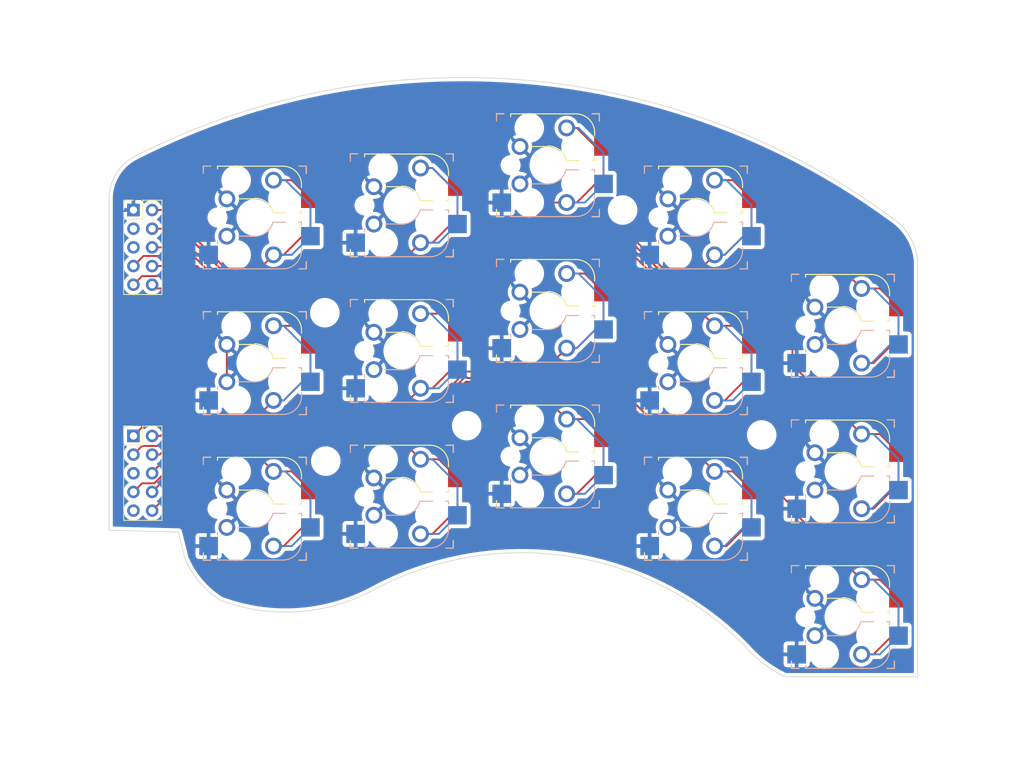
<source format=kicad_pcb>
(kicad_pcb (version 20211014) (generator pcbnew)
  (title_block (title "Vonreg Top") (date "2022-03-19") (rev "1.0") (company "Appman"))
  (layers (0 "F.Cu" signal) (31 "B.Cu" signal) (34 "B.Paste" user) (35 "F.Paste" user) (36 "B.SilkS" user "B.Silkscreen") (37 "F.SilkS" user "F.Silkscreen") (38 "B.Mask" user) (39 "F.Mask" user) (44 "Edge.Cuts" user))
  (net 0 "")
  (net 1 "GND")
  (net 2 "/RT1")
  (net 4 "/RT2")
  (net 6 "/RT3")
  (net 7 "/RT4")
  (net 8 "/RT5")
  (net 9 "/RT6")
  (net 10 "/RT7")
  (net 11 "/RT8")
  (net 12 "/RT9")
  (net 13 "/RT10")
  (net 14 "/RT11")
  (net 15 "/RT12")
  (net 17 "/RT15")
  (net 18 "/RT13")
  (net 19 "/RT14")
  (footprint "Button_Switch_Keyboard:Kailh_socket_MX_optional_reversible" (layer "F.Cu") (at 164.338 114.808)
    (fp_text reference "K15" hide)
    (fp_text value "SW_Push")
  )
  (footprint "Button_Switch_Keyboard:Kailh_socket_MX_optional_reversible" (layer "F.Cu") (at 84.328 60.452)
    (fp_text reference "K1" hide)
    (fp_text value "SW_Push")
  )
  (footprint "Button_Switch_Keyboard:Kailh_socket_MX_optional_reversible" (layer "F.Cu") (at 124.206 92.964)
    (fp_text reference "K9" hide)
    (fp_text value "SW_Push")
  )
  (footprint "MountingHole:MountingHole_3mm" (layer "F.Cu") (at 93.98 93.599)
    (fp_text reference "H1" hide)
    (fp_text value "MountingHole_3mm" hide)
  )
  (footprint "Button_Switch_Keyboard:Kailh_socket_MX_optional_reversible" (layer "F.Cu") (at 104.3305 58.801)
    (fp_text reference "K4" hide)
    (fp_text value "SW_Push")
  )
  (footprint "Button_Switch_Keyboard:Kailh_socket_MX_optional_reversible" (layer "F.Cu") (at 104.3305 98.425)
    (fp_text reference "K6" hide)
    (fp_text value "SW_Push")
  )
  (footprint "Button_Switch_Keyboard:Kailh_socket_MX_optional_reversible" (layer "F.Cu") (at 144.3355 80.264)
    (fp_text reference "K11" hide)
    (fp_text value "SW_Push")
  )
  (footprint "MountingHole:MountingHole_3mm" (layer "F.Cu") (at 153.289 90.043)
    (fp_text reference "H1" hide)
    (fp_text value "MountingHole_3mm" hide)
  )
  (footprint "Connector_PinHeader_2.54mm:PinHeader_2x05_P2.54mm_Vertical" (layer "F.Cu") (at 67.813 90.17)
    (fp_text reference "PinsTopB1" hide)
    (fp_text value "Conn_02x05_Odd_Even")
  )
  (footprint "Button_Switch_Keyboard:Kailh_socket_MX_optional_reversible" (layer "F.Cu") (at 124.206 53.34)
    (fp_text reference "K7" hide)
    (fp_text value "SW_Push")
  )
  (footprint "MountingHole:MountingHole_3mm" (layer "F.Cu") (at 93.853 73.406)
    (fp_text reference "H1" hide)
    (fp_text value "MountingHole_3mm" hide)
  )
  (footprint "MountingHole:MountingHole_3mm" (layer "F.Cu") (at 113.157 88.773)
    (fp_text reference "H1" hide)
    (fp_text value "MountingHole_3mm" hide)
  )
  (footprint "Connector_PinHeader_2.54mm:PinHeader_2x05_P2.54mm_Vertical" (layer "F.Cu") (at 67.813 59.436)
    (fp_text reference "PinsTopA1" hide)
    (fp_text value "Conn_02x05_Odd_Even")
  )
  (footprint "Button_Switch_Keyboard:Kailh_socket_MX_optional_reversible" (layer "F.Cu") (at 104.3305 78.613)
    (fp_text reference "K5" hide)
    (fp_text value "SW_Push")
  )
  (footprint "Button_Switch_Keyboard:Kailh_socket_MX_optional_reversible" (layer "F.Cu") (at 144.3355 60.452)
    (fp_text reference "K10" hide)
    (fp_text value "SW_Push")
  )
  (footprint "Button_Switch_Keyboard:Kailh_socket_MX_optional_reversible" (layer "F.Cu") (at 124.206 73.152)
    (fp_text reference "K8" hide)
    (fp_text value "SW_Push")
  )
  (footprint "Button_Switch_Keyboard:Kailh_socket_MX_optional_reversible" (layer "F.Cu") (at 164.338 94.996)
    (fp_text reference "R14" hide)
    (fp_text value "SW_Push")
  )
  (footprint "Button_Switch_Keyboard:Kailh_socket_MX_optional_reversible" (layer "F.Cu") (at 84.328 80.264)
    (fp_text reference "K2" hide)
    (fp_text value "SW_Push")
  )
  (footprint "MountingHole:MountingHole_3mm" (layer "F.Cu") (at 134.366 59.436)
    (fp_text reference "H1" hide)
    (fp_text value "MountingHole_3mm" hide)
  )
  (footprint "Button_Switch_Keyboard:Kailh_socket_MX_optional_reversible" (layer "F.Cu") (at 164.338 75.184)
    (fp_text reference "R13" hide)
    (fp_text value "SW_Push")
  )
  (footprint "Button_Switch_Keyboard:Kailh_socket_MX_optional_reversible" (layer "F.Cu") (at 84.328 100.076)
    (fp_text reference "K3" hide)
    (fp_text value "SW_Push")
  )
  (footprint "Button_Switch_Keyboard:Kailh_socket_MX_optional_reversible" (layer "F.Cu") (at 144.3355 100.076)
    (fp_text reference "K12" hide)
    (fp_text value "SW_Push")
  )
  (gr_line (start 73.914 103.251) (end 64.5 103) (layer "Edge.Cuts") (width 0.1))
  (gr_arc (start 156.464 122.936) (mid 153.586033 121.180894) (end 151.13 118.872) (layer "Edge.Cuts") (width 0.1))
  (gr_line (start 64.5 58.166) (end 64.5 103) (layer "Edge.Cuts") (width 0.1))
  (gr_line (start 174.5 122.936) (end 174.5 66.294) (layer "Edge.Cuts") (width 0.1))
  (gr_arc (start 64.5 58.166) (mid 65.384916 54.630449) (end 68.024249 52.117062) (layer "Edge.Cuts") (width 0.1))
  (gr_line (start 156.464 122.936) (end 174.5 122.936) (layer "Edge.Cuts") (width 0.1))
  (gr_arc (start 100.457 111.125) (mid 90.194811 114.086868) (end 79.629 112.521999) (layer "Edge.Cuts") (width 0.1))
  (gr_arc (start 100.457 111.125) (mid 127.084738 106.552536) (end 151.13 118.872) (layer "Edge.Cuts") (width 0.1))
  (gr_arc (start 79.629 112.521999) (mid 76.784463 110.028908) (end 74.803 106.807) (layer "Edge.Cuts") (width 0.1))
  (gr_line (start 73.914 103.251) (end 74.803 106.807) (layer "Edge.Cuts") (width 0.1))
  (gr_arc (start 170.942 60.452) (mid 173.386419 62.967735) (end 174.5 66.294) (layer "Edge.Cuts") (width 0.1))
  (gr_arc (start 68.024249 52.117062) (mid 120.661677 41.732057) (end 170.942 60.452) (layer "Edge.Cuts") (width 0.1))
  (segment (start 78.038 94.996) (end 78.038 95.056) (width 0.25) (layer "F.Cu") (net 1))
  (segment (start 98.0405 73.533) (end 98.0405 73.593) (width 0.25) (layer "F.Cu") (net 1))
  (segment (start 158.048 70.104) (end 158.048 70.164) (width 0.25) (layer "F.Cu") (net 1))
  (segment (start 117.916 48.32) (end 120.396 50.8) (width 0.25) (layer "F.Cu") (net 1))
  (segment (start 98.0405 93.405) (end 100.5205 95.885) (width 0.25) (layer "F.Cu") (net 1))
  (segment (start 117.916 87.944) (end 120.396 90.424) (width 0.25) (layer "F.Cu") (net 1))
  (segment (start 158.048 89.916) (end 158.048 89.976) (width 0.25) (layer "F.Cu") (net 1))
  (segment (start 78.038 95.056) (end 80.518 97.536) (width 0.25) (layer "F.Cu") (net 1))
  (segment (start 78.038 55.432) (end 80.518 57.912) (width 0.25) (layer "F.Cu") (net 1))
  (segment (start 158.048 109.788) (end 160.528 112.268) (width 0.25) (layer "F.Cu") (net 1))
  (segment (start 98.0405 93.345) (end 98.0405 93.405) (width 0.25) (layer "F.Cu") (net 1))
  (segment (start 98.0405 53.721) (end 98.0405 53.781) (width 0.25) (layer "F.Cu") (net 1))
  (segment (start 138.0455 75.184) (end 138.0455 75.244) (width 0.25) (layer "F.Cu") (net 1))
  (segment (start 78.038 75.244) (end 80.518 77.724) (width 0.25) (layer "F.Cu") (net 1))
  (segment (start 138.0455 94.996) (end 138.0455 95.056) (width 0.25) (layer "F.Cu") (net 1))
  (segment (start 158.048 109.728) (end 158.048 109.788) (width 0.25) (layer "F.Cu") (net 1))
  (segment (start 78.038 75.184) (end 78.038 75.244) (width 0.25) (layer "F.Cu") (net 1))
  (segment (start 98.0405 73.593) (end 100.5205 76.073) (width 0.25) (layer "F.Cu") (net 1))
  (segment (start 138.0455 95.056) (end 140.5255 97.536) (width 0.25) (layer "F.Cu") (net 1))
  (segment (start 78.038 55.372) (end 78.038 55.432) (width 0.25) (layer "F.Cu") (net 1))
  (segment (start 117.916 48.26) (end 117.916 48.32) (width 0.25) (layer "F.Cu") (net 1))
  (segment (start 138.0455 55.372) (end 138.0455 55.432) (width 0.25) (layer "F.Cu") (net 1))
  (segment (start 80.518 77.724) (end 80.518 82.804) (width 0.25) (layer "F.Cu") (net 1))
  (segment (start 117.916 87.884) (end 117.916 87.944) (width 0.25) (layer "F.Cu") (net 1))
  (segment (start 138.0455 55.432) (end 140.5255 57.912) (width 0.25) (layer "F.Cu") (net 1))
  (segment (start 158.048 70.164) (end 160.528 72.644) (width 0.25) (layer "F.Cu") (net 1))
  (segment (start 138.0455 75.244) (end 140.5255 77.724) (width 0.25) (layer "F.Cu") (net 1))
  (segment (start 117.916 68.132) (end 120.396 70.612) (width 0.25) (layer "F.Cu") (net 1))
  (segment (start 158.048 89.976) (end 160.528 92.456) (width 0.25) (layer "F.Cu") (net 1))
  (segment (start 117.916 68.072) (end 117.916 68.132) (width 0.25) (layer "F.Cu") (net 1))
  (segment (start 98.0405 53.781) (end 100.5205 56.261) (width 0.25) (layer "F.Cu") (net 1))
  (segment (start 86.868 65.532) (end 84.993479 67.406521) (width 0.25) (layer "F.Cu") (net 2))
  (segment (start 91.888 61.892974) (end 88.248974 65.532) (width 0.25) (layer "F.Cu") (net 2))
  (segment (start 72.39 59.436) (end 70.353 59.436) (width 0.25) (layer "F.Cu") (net 2))
  (segment (start 88.248974 65.532) (end 86.868 65.532) (width 0.25) (layer "F.Cu") (net 2))
  (segment (start 89.348 55.372) (end 91.888 57.912) (width 0.25) (layer "F.Cu") (net 2))
  (segment (start 80.360521 67.406521) (end 72.39 59.436) (width 0.25) (layer "F.Cu") (net 2))
  (segment (start 86.868 55.372) (end 89.348 55.372) (width 0.25) (layer "F.Cu") (net 2))
  (segment (start 91.888 57.912) (end 91.888 61.892974) (width 0.25) (layer "F.Cu") (net 2))
  (segment (start 84.993479 67.406521) (end 80.360521 67.406521) (width 0.25) (layer "F.Cu") (net 2))
  (segment (start 91.888 58.775554) (end 91.888 62.992) (width 0.25) (layer "B.Cu") (net 2))
  (segment (start 86.868 55.372) (end 88.484446 55.372) (width 0.25) (layer "B.Cu") (net 2))
  (segment (start 88.484446 55.372) (end 91.888 58.775554) (width 0.25) (layer "B.Cu") (net 2))
  (segment (start 91.888 62.992) (end 89.348 65.532) (width 0.25) (layer "B.Cu") (net 2))
  (segment (start 89.348 65.532) (end 86.868 65.532) (width 0.25) (layer "B.Cu") (net 2))
  (segment (start 86.868 75.184) (end 89.348 75.184) (width 0.25) (layer "F.Cu") (net 4))
  (segment (start 73.279 87.249) (end 72.136 88.392) (width 0.25) (layer "F.Cu") (net 4))
  (segment (start 69.591 88.392) (end 67.813 90.17) (width 0.25) (layer "F.Cu") (net 4))
  (segment (start 88.248974 85.344) (end 86.868 85.344) (width 0.25) (layer "F.Cu") (net 4))
  (segment (start 86.868 85.344) (end 84.963 87.249) (width 0.25) (layer "F.Cu") (net 4))
  (segment (start 91.888 77.724) (end 91.888 81.704974) (width 0.25) (layer "F.Cu") (net 4))
  (segment (start 72.136 88.392) (end 69.591 88.392) (width 0.25) (layer "F.Cu") (net 4))
  (segment (start 84.963 87.249) (end 73.279 87.249) (width 0.25) (layer "F.Cu") (net 4))
  (segment (start 91.888 81.704974) (end 88.248974 85.344) (width 0.25) (layer "F.Cu") (net 4))
  (segment (start 89.348 75.184) (end 91.888 77.724) (width 0.25) (layer "F.Cu") (net 4))
  (segment (start 91.888 78.823026) (end 91.888 82.804) (width 0.25) (layer "B.Cu") (net 4))
  (segment (start 90.788974 82.804) (end 88.248974 85.344) (width 0.25) (layer "B.Cu") (net 4))
  (segment (start 86.868 75.184) (end 88.248974 75.184) (width 0.25) (layer "B.Cu") (net 4))
  (segment (start 91.888 82.804) (end 90.788974 82.804) (width 0.25) (layer "B.Cu") (net 4))
  (segment (start 88.248974 75.184) (end 91.888 78.823026) (width 0.25) (layer "B.Cu") (net 4))
  (segment (start 88.248974 85.344) (end 86.868 85.344) (width 0.25) (layer "B.Cu") (net 4))
  (segment (start 86.868 94.996) (end 82.62856 90.75656) (width 0.25) (layer "F.Cu") (net 6))
  (segment (start 72.771 97.912) (end 70.353 100.33) (width 0.25) (layer "F.Cu") (net 6))
  (segment (start 78.40744 90.75656) (end 72.771 96.393) (width 0.25) (layer "F.Cu") (net 6))
  (segment (start 86.868 105.156) (end 88.248974 105.156) (width 0.25) (layer "F.Cu") (net 6))
  (segment (start 91.888 101.516974) (end 91.888 97.536) (width 0.25) (layer "F.Cu") (net 6))
  (segment (start 72.771 96.393) (end 72.771 97.912) (width 0.25) (layer "F.Cu") (net 6))
  (segment (start 89.348 94.996) (end 86.868 94.996) (width 0.25) (layer "F.Cu") (net 6))
  (segment (start 82.62856 90.75656) (end 78.40744 90.75656) (width 0.25) (layer "F.Cu") (net 6))
  (segment (start 91.888 97.536) (end 89.348 94.996) (width 0.25) (layer "F.Cu") (net 6))
  (segment (start 88.248974 105.156) (end 91.888 101.516974) (width 0.25) (layer "F.Cu") (net 6))
  (segment (start 91.888 102.616) (end 89.348 105.156) (width 0.25) (layer "B.Cu") (net 6))
  (segment (start 86.868 94.996) (end 88.484446 94.996) (width 0.25) (layer "B.Cu") (net 6))
  (segment (start 88.484446 94.996) (end 91.888 98.399554) (width 0.25) (layer "B.Cu") (net 6))
  (segment (start 89.348 105.156) (end 86.868 105.156) (width 0.25) (layer "B.Cu") (net 6))
  (segment (start 91.888 98.399554) (end 91.888 102.616) (width 0.25) (layer "B.Cu") (net 6))
  (segment (start 106.8705 53.721) (end 108.486946 53.721) (width 0.25) (layer "F.Cu") (net 7))
  (segment (start 80.048041 67.856041) (end 74.168 61.976) (width 0.25) (layer "F.Cu") (net 7))
  (segment (start 108.486946 53.721) (end 111.026946 56.261) (width 0.25) (layer "F.Cu") (net 7))
  (segment (start 108.486946 63.881) (end 106.8705 63.881) (width 0.25) (layer "F.Cu") (net 7))
  (segment (start 111.8905 56.261) (end 111.8905 60.477446) (width 0.25) (layer "F.Cu") (net 7))
  (segment (start 111.026946 56.261) (end 111.8905 56.261) (width 0.25) (layer "F.Cu") (net 7))
  (segment (start 74.168 61.976) (end 70.353 61.976) (width 0.25) (layer "F.Cu") (net 7))
  (segment (start 111.8905 60.477446) (end 108.486946 63.881) (width 0.25) (layer "F.Cu") (net 7))
  (segment (start 102.895459 67.856041) (end 80.048041 67.856041) (width 0.25) (layer "F.Cu") (net 7))
  (segment (start 106.8705 63.881) (end 102.895459 67.856041) (width 0.25) (layer "F.Cu") (net 7))
  (segment (start 111.8905 57.124554) (end 111.8905 61.341) (width 0.25) (layer "B.Cu") (net 7))
  (segment (start 108.486946 53.721) (end 111.8905 57.124554) (width 0.25) (layer "B.Cu") (net 7))
  (segment (start 109.3505 63.881) (end 106.8705 63.881) (width 0.25) (layer "B.Cu") (net 7))
  (segment (start 106.8705 53.721) (end 108.486946 53.721) (width 0.25) (layer "B.Cu") (net 7))
  (segment (start 111.8905 61.341) (end 109.3505 63.881) (width 0.25) (layer "B.Cu") (net 7))
  (segment (start 71.501 90.17) (end 70.353 90.17) (width 0.25) (layer "F.Cu") (net 8))
  (segment (start 73.914 87.757) (end 71.501 90.17) (width 0.25) (layer "F.Cu") (net 8))
  (segment (start 111.8905 80.289446) (end 108.486946 83.693) (width 0.25) (layer "F.Cu") (net 8))
  (segment (start 108.486946 83.693) (end 106.8705 83.693) (width 0.25) (layer "F.Cu") (net 8))
  (segment (start 106.8705 73.533) (end 109.3505 73.533) (width 0.25) (layer "F.Cu") (net 8))
  (segment (start 109.3505 73.533) (end 111.8905 76.073) (width 0.25) (layer "F.Cu") (net 8))
  (segment (start 111.8905 76.073) (end 111.8905 80.289446) (width 0.25) (layer "F.Cu") (net 8))
  (segment (start 102.8065 87.757) (end 73.914 87.757) (width 0.25) (layer "F.Cu") (net 8))
  (segment (start 106.8705 83.693) (end 102.8065 87.757) (width 0.25) (layer "F.Cu") (net 8))
  (segment (start 108.251474 73.533) (end 111.8905 77.172026) (width 0.25) (layer "B.Cu") (net 8))
  (segment (start 106.8705 73.533) (end 108.251474 73.533) (width 0.25) (layer "B.Cu") (net 8))
  (segment (start 111.8905 81.153) (end 109.3505 83.693) (width 0.25) (layer "B.Cu") (net 8))
  (segment (start 109.3505 83.693) (end 106.8705 83.693) (width 0.25) (layer "B.Cu") (net 8))
  (segment (start 111.8905 77.172026) (end 111.8905 81.153) (width 0.25) (layer "B.Cu") (net 8))
  (segment (start 108.486946 103.505) (end 111.8905 100.101446) (width 0.25) (layer "F.Cu") (net 9))
  (segment (start 70.3555 97.79) (end 70.353 97.79) (width 0.25) (layer "F.Cu") (net 9))
  (segment (start 103.83254 90.30704) (end 77.83846 90.30704) (width 0.25) (layer "F.Cu") (net 9))
  (segment (start 111.8905 95.885) (end 109.3505 93.345) (width 0.25) (layer "F.Cu") (net 9))
  (segment (start 109.3505 93.345) (end 106.8705 93.345) (width 0.25) (layer "F.Cu") (net 9))
  (segment (start 106.8705 103.505) (end 108.486946 103.505) (width 0.25) (layer "F.Cu") (net 9))
  (segment (start 106.8705 93.345) (end 103.83254 90.30704) (width 0.25) (layer "F.Cu") (net 9))
  (segment (start 77.83846 90.30704) (end 70.3555 97.79) (width 0.25) (layer "F.Cu") (net 9))
  (segment (start 111.8905 100.101446) (end 111.8905 95.885) (width 0.25) (layer "F.Cu") (net 9))
  (segment (start 106.8705 93.345) (end 108.486946 93.345) (width 0.25) (layer "B.Cu") (net 9))
  (segment (start 111.8905 100.965) (end 109.3505 103.505) (width 0.25) (layer "B.Cu") (net 9))
  (segment (start 108.486946 93.345) (end 111.8905 96.748554) (width 0.25) (layer "B.Cu") (net 9))
  (segment (start 109.3505 103.505) (end 106.8705 103.505) (width 0.25) (layer "B.Cu") (net 9))
  (segment (start 111.8905 96.748554) (end 111.8905 100.965) (width 0.25) (layer "B.Cu") (net 9))
  (segment (start 124.571489 58.42) (end 121.015489 61.976) (width 0.25) (layer "F.Cu") (net 10))
  (segment (start 130.666974 50.8) (end 131.766 50.8) (width 0.25) (layer "F.Cu") (net 10))
  (segment (start 131.766 50.8) (end 131.766 54.780974) (width 0.25) (layer "F.Cu") (net 10))
  (segment (start 114.808 61.976) (end 108.478439 68.305561) (width 0.25) (layer "F.Cu") (net 10))
  (segment (start 128.126974 58.42) (end 126.746 58.42) (width 0.25) (layer "F.Cu") (net 10))
  (segment (start 108.478439 68.305561) (end 79.354561 68.305561) (width 0.25) (layer "F.Cu") (net 10))
  (segment (start 131.766 54.780974) (end 128.126974 58.42) (width 0.25) (layer "F.Cu") (net 10))
  (segment (start 126.746 58.42) (end 124.571489 58.42) (width 0.25) (layer "F.Cu") (net 10))
  (segment (start 126.746 48.26) (end 128.126974 48.26) (width 0.25) (layer "F.Cu") (net 10))
  (segment (start 121.015489 61.976) (end 114.808 61.976) (width 0.25) (layer "F.Cu") (net 10))
  (segment (start 75.565 64.516) (end 70.353 64.516) (width 0.25) (layer "F.Cu") (net 10))
  (segment (start 128.126974 48.26) (end 130.666974 50.8) (width 0.25) (layer "F.Cu") (net 10))
  (segment (start 79.354561 68.305561) (end 75.565 64.516) (width 0.25) (layer "F.Cu") (net 10))
  (segment (start 131.766 55.88) (end 129.226 58.42) (width 0.25) (layer "B.Cu") (net 10))
  (segment (start 126.746 48.26) (end 128.362446 48.26) (width 0.25) (layer "B.Cu") (net 10))
  (segment (start 128.362446 48.26) (end 131.766 51.663554) (width 0.25) (layer "B.Cu") (net 10))
  (segment (start 129.226 58.42) (end 126.746 58.42) (width 0.25) (layer "B.Cu") (net 10))
  (segment (start 131.766 51.663554) (end 131.766 55.88) (width 0.25) (layer "B.Cu") (net 10))
  (segment (start 129.226 68.072) (end 131.766 70.612) (width 0.25) (layer "F.Cu") (net 11))
  (segment (start 108.204 86.233) (end 105.537 86.233) (width 0.25) (layer "F.Cu") (net 11))
  (segment (start 68.987511 91.535489) (end 67.813 92.71) (width 0.25) (layer "F.Cu") (net 11))
  (segment (start 126.746 78.232) (end 123.571 81.407) (width 0.25) (layer "F.Cu") (net 11))
  (segment (start 128.126974 78.232) (end 126.746 78.232) (width 0.25) (layer "F.Cu") (net 11))
  (segment (start 105.537 86.233) (end 103.505 88.265) (width 0.25) (layer "F.Cu") (net 11))
  (segment (start 131.766 70.612) (end 131.766 74.592974) (width 0.25) (layer "F.Cu") (net 11))
  (segment (start 131.766 74.592974) (end 128.126974 78.232) (width 0.25) (layer "F.Cu") (net 11))
  (segment (start 74.803 88.265) (end 71.532511 91.535489) (width 0.25) (layer "F.Cu") (net 11))
  (segment (start 103.505 88.265) (end 74.803 88.265) (width 0.25) (layer "F.Cu") (net 11))
  (segment (start 123.571 81.407) (end 113.03 81.407) (width 0.25) (layer "F.Cu") (net 11))
  (segment (start 71.532511 91.535489) (end 68.987511 91.535489) (width 0.25) (layer "F.Cu") (net 11))
  (segment (start 126.746 68.072) (end 129.226 68.072) (width 0.25) (layer "F.Cu") (net 11))
  (segment (start 113.03 81.407) (end 108.204 86.233) (width 0.25) (layer "F.Cu") (net 11))
  (segment (start 131.766 71.475554) (end 131.766 75.692) (width 0.25) (layer "B.Cu") (net 11))
  (segment (start 131.766 75.692) (end 130.666974 75.692) (width 0.25) (layer "B.Cu") (net 11))
  (segment (start 130.666974 75.692) (end 128.126974 78.232) (width 0.25) (layer "B.Cu") (net 11))
  (segment (start 126.746 68.072) (end 128.362446 68.072) (width 0.25) (layer "B.Cu") (net 11))
  (segment (start 128.362446 68.072) (end 131.766 71.475554) (width 0.25) (layer "B.Cu") (net 11))
  (segment (start 128.126974 78.232) (end 126.746 78.232) (width 0.25) (layer "B.Cu") (net 11))
  (segment (start 108.140141 88.329577) (end 105.347577 88.329577) (width 0.25) (layer "F.Cu") (net 12))
  (segment (start 113.030718 83.439) (end 108.140141 88.329577) (width 0.25) (layer "F.Cu") (net 12))
  (segment (start 131.766 90.424) (end 129.226 87.884) (width 0.25) (layer "F.Cu") (net 12))
  (segment (start 103.819634 89.85752) (end 77.40649 89.85752) (width 0.25) (layer "F.Cu") (net 12))
  (segment (start 68.987511 96.615489) (end 67.813 97.79) (width 0.25) (layer "F.Cu") (net 12))
  (segment (start 77.40649 89.85752) (end 70.648521 96.615489) (width 0.25) (layer "F.Cu") (net 12))
  (segment (start 126.746 87.884) (end 122.301 83.439) (width 0.25) (layer "F.Cu") (net 12))
  (segment (start 70.648521 96.615489) (end 68.987511 96.615489) (width 0.25) (layer "F.Cu") (net 12))
  (segment (start 131.766 94.404974) (end 131.766 90.424) (width 0.25) (layer "F.Cu") (net 12))
  (segment (start 122.301 83.439) (end 113.030718 83.439) (width 0.25) (layer "F.Cu") (net 12))
  (segment (start 126.746 98.044) (end 128.126974 98.044) (width 0.25) (layer "F.Cu") (net 12))
  (segment (start 105.347577 88.329577) (end 103.819634 89.85752) (width 0.25) (layer "F.Cu") (net 12))
  (segment (start 129.226 87.884) (end 126.746 87.884) (width 0.25) (layer "F.Cu") (net 12))
  (segment (start 128.126974 98.044) (end 131.766 94.404974) (width 0.25) (layer "F.Cu") (net 12))
  (segment (start 126.746 87.884) (end 128.126974 87.884) (width 0.25) (layer "B.Cu") (net 12))
  (segment (start 131.766 91.523026) (end 131.766 95.504) (width 0.25) (layer "B.Cu") (net 12))
  (segment (start 129.226 98.044) (end 126.746 98.044) (width 0.25) (layer "B.Cu") (net 12))
  (segment (start 131.766 95.504) (end 129.226 98.044) (width 0.25) (layer "B.Cu") (net 12))
  (segment (start 128.126974 87.884) (end 131.766 91.523026) (width 0.25) (layer "B.Cu") (net 12))
  (segment (start 146.8755 65.532) (end 145.000979 67.406521) (width 0.25) (layer "F.Cu") (net 13))
  (segment (start 148.256474 65.532) (end 146.8755 65.532) (width 0.25) (layer "F.Cu") (net 13))
  (segment (start 108.790919 68.755081) (end 79.042081 68.755081) (width 0.25) (layer "F.Cu") (net 13))
  (segment (start 151.8955 61.892974) (end 148.256474 65.532) (width 0.25) (layer "F.Cu") (net 13))
  (segment (start 69.178489 65.690511) (end 67.813 67.056) (width 0.25) (layer "F.Cu") (net 13))
  (segment (start 145.000979 67.406521) (end 139.923521 67.406521) (width 0.25) (layer "F.Cu") (net 13))
  (segment (start 79.042081 68.755081) (end 75.977511 65.690511) (width 0.25) (layer "F.Cu") (net 13))
  (segment (start 149.3555 55.372) (end 151.8955 57.912) (width 0.25) (layer "F.Cu") (net 13))
  (segment (start 135.001 62.484) (end 115.062 62.484) (width 0.25) (layer "F.Cu") (net 13))
  (segment (start 139.923521 67.406521) (end 135.001 62.484) (width 0.25) (layer "F.Cu") (net 13))
  (segment (start 146.8755 55.372) (end 149.3555 55.372) (width 0.25) (layer "F.Cu") (net 13))
  (segment (start 115.062 62.484) (end 108.790919 68.755081) (width 0.25) (layer "F.Cu") (net 13))
  (segment (start 151.8955 57.912) (end 151.8955 61.892974) (width 0.25) (layer "F.Cu") (net 13))
  (segment (start 75.977511 65.690511) (end 69.178489 65.690511) (width 0.25) (layer "F.Cu") (net 13))
  (segment (start 148.491946 55.372) (end 151.8955 58.775554) (width 0.25) (layer "B.Cu") (net 13))
  (segment (start 150.796474 62.992) (end 148.256474 65.532) (width 0.25) (layer "B.Cu") (net 13))
  (segment (start 146.8755 55.372) (end 148.491946 55.372) (width 0.25) (layer "B.Cu") (net 13))
  (segment (start 151.8955 62.992) (end 150.796474 62.992) (width 0.25) (layer "B.Cu") (net 13))
  (segment (start 151.8955 58.775554) (end 151.8955 62.992) (width 0.25) (layer "B.Cu") (net 13))
  (segment (start 148.256474 65.532) (end 146.8755 65.532) (width 0.25) (layer "B.Cu") (net 13))
  (segment (start 146.8755 75.184) (end 141.0335 69.342) (width 0.25) (layer "F.Cu") (net 14))
  (segment (start 146.8755 75.184) (end 149.3555 75.184) (width 0.25) (layer "F.Cu") (net 14))
  (segment (start 149.3555 75.184) (end 151.8955 77.724) (width 0.25) (layer "F.Cu") (net 14))
  (segment (start 116.078 63.949879) (end 109.924238 70.103641) (width 0.25) (layer "F.Cu") (net 14))
  (segment (start 134.180879 63.949879) (end 116.078 63.949879) (width 0.25) (layer "F.Cu") (net 14))
  (segment (start 151.8955 81.704974) (end 151.8955 77.724) (width 0.25) (layer "F.Cu") (net 14))
  (segment (start 141.0335 69.342) (end 139.573 69.342) (width 0.25) (layer "F.Cu") (net 14))
  (segment (start 146.8755 85.344) (end 148.256474 85.344) (width 0.25) (layer "F.Cu") (net 14))
  (segment (start 139.573 69.342) (end 134.180879 63.949879) (width 0.25) (layer "F.Cu") (net 14))
  (segment (start 148.256474 85.344) (end 151.8955 81.704974) (width 0.25) (layer "F.Cu") (net 14))
  (segment (start 70.860641 70.103641) (end 70.353 69.596) (width 0.25) (layer "F.Cu") (net 14))
  (segment (start 109.924238 70.103641) (end 70.860641 70.103641) (width 0.25) (layer "F.Cu") (net 14))
  (segment (start 146.8755 75.184) (end 148.256474 75.184) (width 0.25) (layer "B.Cu") (net 14))
  (segment (start 151.8955 82.804) (end 149.3555 85.344) (width 0.25) (layer "B.Cu") (net 14))
  (segment (start 148.256474 75.184) (end 151.8955 78.823026) (width 0.25) (layer "B.Cu") (net 14))
  (segment (start 149.3555 85.344) (end 146.8755 85.344) (width 0.25) (layer "B.Cu") (net 14))
  (segment (start 151.8955 78.823026) (end 151.8955 82.804) (width 0.25) (layer "B.Cu") (net 14))
  (segment (start 70.353 95.128) (end 70.353 95.25) (width 0.25) (layer "F.Cu") (net 15))
  (segment (start 149.3555 94.996) (end 146.8755 94.996) (width 0.25) (layer "F.Cu") (net 15))
  (segment (start 148.491946 105.156) (end 151.8955 101.752446) (width 0.25) (layer "F.Cu") (net 15))
  (segment (start 146.8755 94.996) (end 140.3985 88.519) (width 0.25) (layer "F.Cu") (net 15))
  (segment (start 146.8755 105.156) (end 148.491946 105.156) (width 0.25) (layer "F.Cu") (net 15))
  (segment (start 151.8955 97.536) (end 149.3555 94.996) (width 0.25) (layer "F.Cu") (net 15))
  (segment (start 151.8955 101.752446) (end 151.8955 97.536) (width 0.25) (layer "F.Cu") (net 15))
  (segment (start 76.073 89.408) (end 70.353 95.128) (width 0.25) (layer "F.Cu") (net 15))
  (segment (start 108.331 87.503) (end 105.538436 87.503) (width 0.25) (layer "F.Cu") (net 15))
  (segment (start 132.207 82.804) (end 113.03 82.804) (width 0.25) (layer "F.Cu") (net 15))
  (segment (start 103.633436 89.408) (end 76.073 89.408) (width 0.25) (layer "F.Cu") (net 15))
  (segment (start 113.03 82.804) (end 108.331 87.503) (width 0.25) (layer "F.Cu") (net 15))
  (segment (start 137.922 88.519) (end 132.207 82.804) (width 0.25) (layer "F.Cu") (net 15))
  (segment (start 105.538436 87.503) (end 103.633436 89.408) (width 0.25) (layer "F.Cu") (net 15))
  (segment (start 140.3985 88.519) (end 137.922 88.519) (width 0.25) (layer "F.Cu") (net 15))
  (segment (start 148.256474 105.156) (end 146.8755 105.156) (width 0.25) (layer "B.Cu") (net 15))
  (segment (start 150.796474 102.616) (end 148.256474 105.156) (width 0.25) (layer "B.Cu") (net 15))
  (segment (start 151.8955 102.616) (end 150.796474 102.616) (width 0.25) (layer "B.Cu") (net 15))
  (segment (start 151.8955 98.399554) (end 151.8955 102.616) (width 0.25) (layer "B.Cu") (net 15))
  (segment (start 148.491946 94.996) (end 151.8955 98.399554) (width 0.25) (layer "B.Cu") (net 15))
  (segment (start 146.8755 94.996) (end 148.491946 94.996) (width 0.25) (layer "B.Cu") (net 15))
  (segment (start 157.861 100.711) (end 157.861 100.203) (width 0.25) (layer "F.Cu") (net 17))
  (segment (start 75.311 88.773) (end 71.374 92.71) (width 0.25) (layer "F.Cu") (net 17))
  (segment (start 103.632718 88.773) (end 75.311 88.773) (width 0.25) (layer "F.Cu") (net 17))
  (segment (start 71.374 92.71) (end 70.353 92.71) (width 0.25) (layer "F.Cu") (net 17))
  (segment (start 166.878 109.728) (end 157.861 100.711) (width 0.25) (layer "F.Cu") (net 17))
  (segment (start 157.861 100.203) (end 145.542 87.884) (width 0.25) (layer "F.Cu") (net 17))
  (segment (start 166.878 119.888) (end 168.494446 119.888) (width 0.25) (layer "F.Cu") (net 17))
  (segment (start 105.537359 86.868359) (end 103.632718 88.773) (width 0.25) (layer "F.Cu") (net 17))
  (segment (start 169.358 109.728) (end 166.878 109.728) (width 0.25) (layer "F.Cu") (net 17))
  (segment (start 168.494446 119.888) (end 171.898 116.484446) (width 0.25) (layer "F.Cu") (net 17))
  (segment (start 113.030359 82.042359) (end 108.204358 86.868359) (width 0.25) (layer "F.Cu") (net 17))
  (segment (start 145.542 87.884) (end 138.176 87.884) (width 0.25) (layer "F.Cu") (net 17))
  (segment (start 138.176 87.884) (end 131.318 81.026) (width 0.25) (layer "F.Cu") (net 17))
  (segment (start 113.284 82.296) (end 113.030359 82.042359) (width 0.25) (layer "F.Cu") (net 17))
  (segment (start 123.571 82.042718) (end 123.571 82.296) (width 0.25) (layer "F.Cu") (net 17))
  (segment (start 123.571 82.296) (end 113.284 82.296) (width 0.25) (layer "F.Cu") (net 17))
  (segment (start 171.898 112.268) (end 169.358 109.728) (width 0.25) (layer "F.Cu") (net 17))
  (segment (start 124.587718 81.026) (end 123.571 82.042718) (width 0.25) (layer "F.Cu") (net 17))
  (segment (start 108.204358 86.868359) (end 105.537359 86.868359) (width 0.25) (layer "F.Cu") (net 17))
  (segment (start 171.898 116.484446) (end 171.898 112.268) (width 0.25) (layer "F.Cu") (net 17))
  (segment (start 131.318 81.026) (end 124.587718 81.026) (width 0.25) (layer "F.Cu") (net 17))
  (segment (start 168.494446 109.728) (end 171.898 113.131554) (width 0.25) (layer "B.Cu") (net 17))
  (segment (start 169.358 119.888) (end 166.878 119.888) (width 0.25) (layer "B.Cu") (net 17))
  (segment (start 171.898 113.131554) (end 171.898 117.348) (width 0.25) (layer "B.Cu") (net 17))
  (segment (start 171.898 117.348) (end 169.358 119.888) (width 0.25) (layer "B.Cu") (net 17))
  (segment (start 166.878 109.728) (end 168.494446 109.728) (width 0.25) (layer "B.Cu") (net 17))
  (segment (start 134.68852 62.93352) (end 115.62848 62.93352) (width 0.25) (layer "F.Cu") (net 18))
  (segment (start 109.357399 69.204601) (end 78.602601 69.204601) (width 0.25) (layer "F.Cu") (net 18))
  (segment (start 165.003479 68.229479) (end 139.984479 68.229479) (width 0.25) (layer "F.Cu") (net 18))
  (segment (start 78.602601 69.204601) (end 76.454 67.056) (width 0.25) (layer "F.Cu") (net 18))
  (segment (start 115.62848 62.93352) (end 109.357399 69.204601) (width 0.25) (layer "F.Cu") (net 18))
  (segment (start 171.898 76.860446) (end 171.898 72.644) (width 0.25) (layer "F.Cu") (net 18))
  (segment (start 166.878 70.104) (end 165.003479 68.229479) (width 0.25) (layer "F.Cu") (net 18))
  (segment (start 139.984479 68.229479) (end 134.68852 62.93352) (width 0.25) (layer "F.Cu") (net 18))
  (segment (start 168.494446 80.264) (end 171.898 76.860446) (width 0.25) (layer "F.Cu") (net 18))
  (segment (start 166.878 70.104) (end 169.358 70.104) (width 0.25) (layer "F.Cu") (net 18))
  (segment (start 166.878 80.264) (end 168.494446 80.264) (width 0.25) (layer "F.Cu") (net 18))
  (segment (start 169.358 70.104) (end 171.898 72.644) (width 0.25) (layer "F.Cu") (net 18))
  (segment (start 76.454 67.056) (end 70.353 67.056) (width 0.25) (layer "F.Cu") (net 18))
  (segment (start 171.898 73.507554) (end 171.898 77.724) (width 0.25) (layer "B.Cu") (net 18))
  (segment (start 170.798974 77.724) (end 168.258974 80.264) (width 0.25) (layer "B.Cu") (net 18))
  (segment (start 168.494446 70.104) (end 171.898 73.507554) (width 0.25) (layer "B.Cu") (net 18))
  (segment (start 171.898 77.724) (end 170.798974 77.724) (width 0.25) (layer "B.Cu") (net 18))
  (segment (start 166.878 70.104) (end 168.494446 70.104) (width 0.25) (layer "B.Cu") (net 18))
  (segment (start 168.258974 80.264) (end 166.878 80.264) (width 0.25) (layer "B.Cu") (net 18))
  (segment (start 166.878 100.076) (end 168.494446 100.076) (width 0.25) (layer "F.Cu") (net 19))
  (segment (start 169.358 89.916) (end 166.878 89.916) (width 0.25) (layer "F.Cu") (net 19))
  (segment (start 78.290121 69.654121) (end 77.057489 68.421489) (width 0.25) (layer "F.Cu") (net 19))
  (segment (start 171.898 96.672446) (end 171.898 92.456) (width 0.25) (layer "F.Cu") (net 19))
  (segment (start 109.543596 69.654121) (end 78.290121 69.654121) (width 0.25) (layer "F.Cu") (net 19))
  (segment (start 115.697359 63.500359) (end 109.543596 69.654121) (width 0.25) (layer "F.Cu") (net 19))
  (segment (start 152.654 68.707) (end 139.7 68.707) (width 0.25) (layer "F.Cu") (net 19))
  (segment (start 77.057489 68.421489) (end 68.987511 68.421489) (width 0.25) (layer "F.Cu") (net 19))
  (segment (start 139.7 68.707) (end 134.493359 63.500359) (width 0.25) (layer "F.Cu") (net 19))
  (segment (start 171.898 92.456) (end 169.358 89.916) (width 0.25) (layer "F.Cu") (net 19))
  (segment (start 68.987511 68.421489) (end 67.813 69.596) (width 0.25) (layer "F.Cu") (net 19))
  (segment (start 166.878 89.916) (end 157.48 80.518) (width 0.25) (layer "F.Cu") (net 19))
  (segment (start 157.48 80.518) (end 157.48 73.533) (width 0.25) (layer "F.Cu") (net 19))
  (segment (start 157.48 73.533) (end 152.654 68.707) (width 0.25) (layer "F.Cu") (net 19))
  (segment (start 168.494446 100.076) (end 171.898 96.672446) (width 0.25) (layer "F.Cu") (net 19))
  (segment (start 134.493359 63.500359) (end 115.697359 63.500359) (width 0.25) (layer "F.Cu") (net 19))
  (segment (start 168.494446 89.916) (end 171.898 93.319554) (width 0.25) (layer "B.Cu") (net 19))
  (segment (start 168.258974 100.076) (end 166.878 100.076) (width 0.25) (layer "B.Cu") (net 19))
  (segment (start 171.898 93.319554) (end 171.898 97.536) (width 0.25) (layer "B.Cu") (net 19))
  (segment (start 171.898 97.536) (end 170.798974 97.536) (width 0.25) (layer "B.Cu") (net 19))
  (segment (start 166.878 89.916) (end 168.494446 89.916) (width 0.25) (layer "B.Cu") (net 19))
  (segment (start 170.798974 97.536) (end 168.258974 100.076) (width 0.25) (layer "B.Cu") (net 19))
  (zone (net 1) (net_name "GND") (layer "B.Cu") (connect_pads (clearance 0.508)) (min_thickness 0.254) (fill yes (thermal_gap 0.508) (thermal_bridge_width 0.508))
    (polygon (pts (xy 188.976 34.417) (xy 188.976 134.112) (xy 49.657 133.604) (xy 51.562 30.861)))
  )
)
</source>
